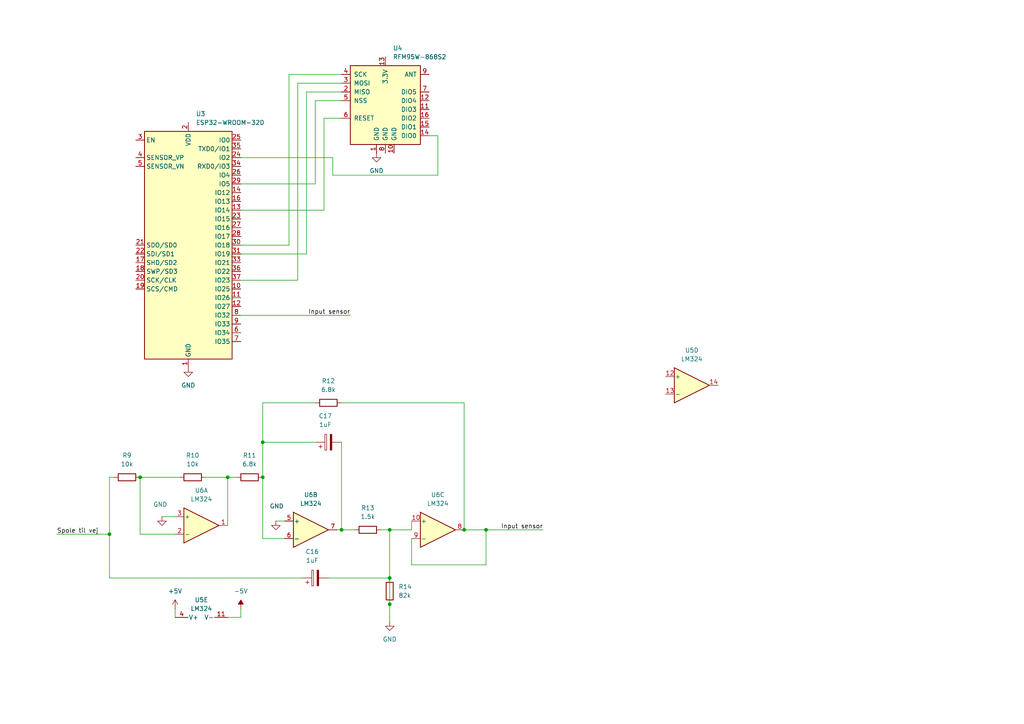
<source format=kicad_sch>
(kicad_sch (version 20231120) (generator "eeschema") (generator_version "8.0")
  (paper "A4")
  (lib_symbols
    (symbol "Amplifier_Operational:LM324" (pin_names (offset 0.127))
      (property "Reference" "U" (at 0 5.08 0))
      (property "Value" "LM324" (at 0 -5.08 0))
      (symbol "LM324_1_1"
        (polyline (pts (xy -5.08 5.08) (xy 5.08 0) (xy -5.08 -5.08) (xy -5.08 5.08)) (stroke (width 0.254)) (fill (type background)))
        (pin output line (at 7.62 0 180) (length 2.54) (name "~") (number "1"))
        (pin input line (at -7.62 -2.54 0) (length 2.54) (name "-") (number "2"))
        (pin input line (at -7.62 2.54 0) (length 2.54) (name "+") (number "3"))
      )
      (symbol "LM324_2_1"
        (polyline (pts (xy -5.08 5.08) (xy 5.08 0) (xy -5.08 -5.08) (xy -5.08 5.08)) (stroke (width 0.254)) (fill (type background)))
        (pin input line (at -7.62 2.54 0) (length 2.54) (name "+") (number "5"))
        (pin input line (at -7.62 -2.54 0) (length 2.54) (name "-") (number "6"))
        (pin output line (at 7.62 0 180) (length 2.54) (name "~") (number "7"))
      )
      (symbol "LM324_3_1"
        (polyline (pts (xy -5.08 5.08) (xy 5.08 0) (xy -5.08 -5.08) (xy -5.08 5.08)) (stroke (width 0.254)) (fill (type background)))
        (pin input line (at -7.62 2.54 0) (length 2.54) (name "+") (number "10"))
        (pin output line (at 7.62 0 180) (length 2.54) (name "~") (number "8"))
        (pin input line (at -7.62 -2.54 0) (length 2.54) (name "-") (number "9"))
      )
      (symbol "LM324_4_1"
        (polyline (pts (xy -5.08 5.08) (xy 5.08 0) (xy -5.08 -5.08) (xy -5.08 5.08)) (stroke (width 0.254)) (fill (type background)))
        (pin input line (at -7.62 2.54 0) (length 2.54) (name "+") (number "12"))
        (pin input line (at -7.62 -2.54 0) (length 2.54) (name "-") (number "13"))
        (pin output line (at 7.62 0 180) (length 2.54) (name "~") (number "14"))
      )
      (symbol "LM324_5_1"
        (pin power_in line (at -2.54 -7.62 90) (length 3.81) (name "V-") (number "11"))
        (pin power_in line (at -2.54 7.62 270) (length 3.81) (name "V+") (number "4"))
      )
    )
    (symbol "Device:C_Polarized" (pin_numbers hide) (pin_names (offset 0.254))
      (property "Reference" "C" (at 0.635 2.54 0))
      (property "Value" "C_Polarized" (at 0.635 -2.54 0))
      (symbol "C_Polarized_0_1"
        (rectangle (start -2.286 0.508) (end 2.286 1.016))
        (polyline (pts (xy -1.778 2.286) (xy -0.762 2.286)))
        (polyline (pts (xy -1.27 2.794) (xy -1.27 1.778)))
        (rectangle (start 2.286 -0.508) (end -2.286 -1.016) (fill (type outline)))
      )
      (symbol "C_Polarized_1_1"
        (pin passive line (at 0 3.81 270) (length 2.794) (name "~") (number "1"))
        (pin passive line (at 0 -3.81 90) (length 2.794) (name "~") (number "2"))
      )
    )
    (symbol "Device:R" (pin_numbers hide) (pin_names (offset 0))
      (property "Reference" "R" (at 2.032 0 90))
      (property "Value" "R" (at 0 0 90))
      (symbol "R_0_1"
        (rectangle (start -1.016 -2.54) (end 1.016 2.54) (stroke (width 0.254)))
      )
      (symbol "R_1_1"
        (pin passive line (at 0 3.81 270) (length 1.27) (name "~") (number "1"))
        (pin passive line (at 0 -3.81 90) (length 1.27) (name "~") (number "2"))
      )
    )
    (symbol "RF_Module:ESP32-WROOM-32D"
      (property "Reference" "U" (at -12.7 34.29 0))
      (property "Value" "ESP32-WROOM-32D" (at 1.27 34.29 0))
      (symbol "ESP32-WROOM-32D_0_1"
        (rectangle (start -12.7 33.02) (end 12.7 -33.02) (stroke (width 0.254)) (fill (type background)))
      )
      (symbol "ESP32-WROOM-32D_1_1"
        (pin power_in line (at 0 -35.56 90) (length 2.54) (name "GND") (number "1"))
        (pin bidirectional line (at 15.24 -12.7 180) (length 2.54) (name "IO25") (number "10"))
        (pin bidirectional line (at 15.24 -15.24 180) (length 2.54) (name "IO26") (number "11"))
        (pin bidirectional line (at 15.24 -17.78 180) (length 2.54) (name "IO27") (number "12"))
        (pin bidirectional line (at 15.24 10.16 180) (length 2.54) (name "IO14") (number "13"))
        (pin bidirectional line (at 15.24 15.24 180) (length 2.54) (name "IO12") (number "14"))
        (pin passive line (at 0 -35.56 90) (length 2.54) hide (name "GND") (number "15"))
        (pin bidirectional line (at 15.24 12.7 180) (length 2.54) (name "IO13") (number "16"))
        (pin bidirectional line (at -15.24 -5.08 0) (length 2.54) (name "SHD/SD2") (number "17"))
        (pin bidirectional line (at -15.24 -7.62 0) (length 2.54) (name "SWP/SD3") (number "18"))
        (pin bidirectional line (at -15.24 -12.7 0) (length 2.54) (name "SCS/CMD") (number "19"))
        (pin power_in line (at 0 35.56 270) (length 2.54) (name "VDD") (number "2"))
        (pin bidirectional line (at -15.24 -10.16 0) (length 2.54) (name "SCK/CLK") (number "20"))
        (pin bidirectional line (at -15.24 0 0) (length 2.54) (name "SDO/SD0") (number "21"))
        (pin bidirectional line (at -15.24 -2.54 0) (length 2.54) (name "SDI/SD1") (number "22"))
        (pin bidirectional line (at 15.24 7.62 180) (length 2.54) (name "IO15") (number "23"))
        (pin bidirectional line (at 15.24 25.4 180) (length 2.54) (name "IO2") (number "24"))
        (pin bidirectional line (at 15.24 30.48 180) (length 2.54) (name "IO0") (number "25"))
        (pin bidirectional line (at 15.24 20.32 180) (length 2.54) (name "IO4") (number "26"))
        (pin bidirectional line (at 15.24 5.08 180) (length 2.54) (name "IO16") (number "27"))
        (pin bidirectional line (at 15.24 2.54 180) (length 2.54) (name "IO17") (number "28"))
        (pin bidirectional line (at 15.24 17.78 180) (length 2.54) (name "IO5") (number "29"))
        (pin input line (at -15.24 30.48 0) (length 2.54) (name "EN") (number "3"))
        (pin bidirectional line (at 15.24 0 180) (length 2.54) (name "IO18") (number "30"))
        (pin bidirectional line (at 15.24 -2.54 180) (length 2.54) (name "IO19") (number "31"))
        (pin no_connect line (at -12.7 -27.94 0) (length 2.54) hide (name "NC") (number "32"))
        (pin bidirectional line (at 15.24 -5.08 180) (length 2.54) (name "IO21") (number "33"))
        (pin bidirectional line (at 15.24 22.86 180) (length 2.54) (name "RXD0/IO3") (number "34"))
        (pin bidirectional line (at 15.24 27.94 180) (length 2.54) (name "TXD0/IO1") (number "35"))
        (pin bidirectional line (at 15.24 -7.62 180) (length 2.54) (name "IO22") (number "36"))
        (pin bidirectional line (at 15.24 -10.16 180) (length 2.54) (name "IO23") (number "37"))
        (pin passive line (at 0 -35.56 90) (length 2.54) hide (name "GND") (number "38"))
        (pin passive line (at 0 -35.56 90) (length 2.54) hide (name "GND") (number "39"))
        (pin input line (at -15.24 25.4 0) (length 2.54) (name "SENSOR_VP") (number "4"))
        (pin input line (at -15.24 22.86 0) (length 2.54) (name "SENSOR_VN") (number "5"))
        (pin input line (at 15.24 -25.4 180) (length 2.54) (name "IO34") (number "6"))
        (pin input line (at 15.24 -27.94 180) (length 2.54) (name "IO35") (number "7"))
        (pin bidirectional line (at 15.24 -20.32 180) (length 2.54) (name "IO32") (number "8"))
        (pin bidirectional line (at 15.24 -22.86 180) (length 2.54) (name "IO33") (number "9"))
      )
    )
    (symbol "RF_Module:RFM95W-868S2" (pin_names (offset 1.016))
      (property "Reference" "U" (at -10.414 11.684 0))
      (property "Value" "RFM95W-868S2" (at 1.524 11.43 0))
      (symbol "RFM95W-868S2_0_1"
        (rectangle (start -10.16 10.16) (end 10.16 -12.7) (stroke (width 0.254)) (fill (type background)))
      )
      (symbol "RFM95W-868S2_1_1"
        (pin power_in line (at -2.54 -15.24 90) (length 2.54) (name "GND") (number "1"))
        (pin power_in line (at 2.54 -15.24 90) (length 2.54) (name "GND") (number "10"))
        (pin bidirectional line (at 12.7 -2.54 180) (length 2.54) (name "DIO3") (number "11"))
        (pin bidirectional line (at 12.7 0 180) (length 2.54) (name "DIO4") (number "12"))
        (pin power_in line (at 0 12.7 270) (length 2.54) (name "3.3V") (number "13"))
        (pin bidirectional line (at 12.7 -10.16 180) (length 2.54) (name "DIO0") (number "14"))
        (pin bidirectional line (at 12.7 -7.62 180) (length 2.54) (name "DIO1") (number "15"))
        (pin bidirectional line (at 12.7 -5.08 180) (length 2.54) (name "DIO2") (number "16"))
        (pin output line (at -12.7 2.54 0) (length 2.54) (name "MISO") (number "2"))
        (pin input line (at -12.7 5.08 0) (length 2.54) (name "MOSI") (number "3"))
        (pin input line (at -12.7 7.62 0) (length 2.54) (name "SCK") (number "4"))
        (pin input line (at -12.7 0 0) (length 2.54) (name "NSS") (number "5"))
        (pin bidirectional line (at -12.7 -5.08 0) (length 2.54) (name "RESET") (number "6"))
        (pin bidirectional line (at 12.7 2.54 180) (length 2.54) (name "DIO5") (number "7"))
        (pin power_in line (at 0 -15.24 90) (length 2.54) (name "GND") (number "8"))
        (pin bidirectional line (at 12.7 7.62 180) (length 2.54) (name "ANT") (number "9"))
      )
    )
    (symbol "power:+5V" (power) (pin_numbers hide) (pin_names (offset 0) hide)
      (property "Value" "+5V" (at 0 3.556 0))
      (symbol "+5V_0_1"
        (polyline (pts (xy -0.762 1.27) (xy 0 2.54)))
        (polyline (pts (xy 0 0) (xy 0 2.54)))
        (polyline (pts (xy 0 2.54) (xy 0.762 1.27)))
      )
      (symbol "+5V_1_1"
        (pin power_in line (at 0 0 90) (length 0) (name "~") (number "1"))
      )
    )
    (symbol "power:-5V" (power) (pin_numbers hide) (pin_names (offset 0) hide)
      (property "Value" "-5V" (at 0 3.556 0))
      (symbol "-5V_0_0"
        (pin power_in line (at 0 0 90) (length 0) (name "~") (number "1"))
      )
      (symbol "-5V_0_1"
        (polyline (pts (xy 0 0) (xy 0 1.27) (xy 0.762 1.27) (xy 0 2.54) (xy -0.762 1.27) (xy 0 1.27)) (fill (type outline)))
      )
    )
    (symbol "power:GND" (power) (pin_numbers hide) (pin_names (offset 0) hide)
      (property "Value" "GND" (at 0 -3.81 0))
      (symbol "GND_0_1"
        (polyline (pts (xy 0 0) (xy 0 -1.27) (xy 1.27 -1.27) (xy 0 -2.54) (xy -1.27 -1.27) (xy 0 -1.27)))
      )
      (symbol "GND_1_1"
        (pin power_in line (at 0 0 270) (length 0) (name "~") (number "1"))
      )
    )
  )
  (junction (at 140.97 153.67))
  (junction (at 113.03 175.26))
  (junction (at 31.75 154.94))
  (junction (at 99.06 153.67))
  (junction (at 76.2 138.43))
  (junction (at 113.03 167.64))
  (junction (at 66.04 138.43))
  (junction (at 40.64 138.43))
  (junction (at 76.2 128.27))
  (junction (at 134.62 153.67))
  (junction (at 113.03 153.67))
  (wire (pts (xy 96.52 45.72) (xy 96.52 50.8)))
  (wire (pts (xy 93.98 34.29) (xy 99.06 34.29)))
  (wire (pts (xy 69.85 60.96) (xy 93.98 60.96)))
  (wire (pts (xy 69.85 91.44) (xy 101.6 91.44)))
  (wire (pts (xy 69.85 179.07) (xy 69.85 176.53)))
  (wire (pts (xy 113.03 167.64) (xy 113.03 153.67)))
  (wire (pts (xy 99.06 128.27) (xy 99.06 153.67)))
  (wire (pts (xy 96.52 50.8) (xy 127 50.8)))
  (wire (pts (xy 31.75 154.94) (xy 31.75 167.64)))
  (wire (pts (xy 76.2 128.27) (xy 76.2 138.43)))
  (wire (pts (xy 69.85 71.12) (xy 83.82 71.12)))
  (wire (pts (xy 69.85 53.34) (xy 91.44 53.34)))
  (wire (pts (xy 50.8 179.07) (xy 50.8 176.53)))
  (wire (pts (xy 40.64 138.43) (xy 52.07 138.43)))
  (wire (pts (xy 140.97 153.67) (xy 157.48 153.67)))
  (wire (pts (xy 91.44 128.27) (xy 76.2 128.27)))
  (wire (pts (xy 76.2 116.84) (xy 76.2 128.27)))
  (wire (pts (xy 91.44 53.34) (xy 91.44 29.21)))
  (wire (pts (xy 83.82 21.59) (xy 99.06 21.59)))
  (wire (pts (xy 66.04 138.43) (xy 68.58 138.43)))
  (wire (pts (xy 46.99 149.86) (xy 50.8 149.86)))
  (wire (pts (xy 127 50.8) (xy 127 39.37)))
  (wire (pts (xy 69.85 81.28) (xy 86.36 81.28)))
  (wire (pts (xy 69.85 45.72) (xy 96.52 45.72)))
  (wire (pts (xy 91.44 29.21) (xy 99.06 29.21)))
  (wire (pts (xy 76.2 156.21) (xy 76.2 138.43)))
  (wire (pts (xy 86.36 81.28) (xy 86.36 24.13)))
  (wire (pts (xy 83.82 71.12) (xy 83.82 21.59)))
  (wire (pts (xy 16.51 154.94) (xy 31.75 154.94)))
  (wire (pts (xy 113.03 175.26) (xy 113.03 180.34)))
  (wire (pts (xy 69.85 73.66) (xy 88.9 73.66)))
  (wire (pts (xy 86.36 24.13) (xy 99.06 24.13)))
  (wire (pts (xy 82.55 156.21) (xy 76.2 156.21)))
  (wire (pts (xy 99.06 116.84) (xy 134.62 116.84)))
  (wire (pts (xy 99.06 153.67) (xy 102.87 153.67)))
  (wire (pts (xy 113.03 167.64) (xy 113.03 175.26)))
  (wire (pts (xy 88.9 73.66) (xy 88.9 26.67)))
  (wire (pts (xy 119.38 163.83) (xy 140.97 163.83)))
  (wire (pts (xy 93.98 60.96) (xy 93.98 34.29)))
  (wire (pts (xy 99.06 153.67) (xy 97.79 153.67)))
  (wire (pts (xy 91.44 116.84) (xy 76.2 116.84)))
  (wire (pts (xy 119.38 153.67) (xy 119.38 151.13)))
  (wire (pts (xy 134.62 153.67) (xy 140.97 153.67)))
  (wire (pts (xy 140.97 153.67) (xy 140.97 163.83)))
  (wire (pts (xy 59.69 138.43) (xy 66.04 138.43)))
  (wire (pts (xy 66.04 138.43) (xy 66.04 152.4)))
  (wire (pts (xy 110.49 153.67) (xy 113.03 153.67)))
  (wire (pts (xy 127 39.37) (xy 124.46 39.37)))
  (wire (pts (xy 134.62 116.84) (xy 134.62 153.67)))
  (wire (pts (xy 33.02 138.43) (xy 31.75 138.43)))
  (wire (pts (xy 95.25 167.64) (xy 113.03 167.64)))
  (wire (pts (xy 88.9 26.67) (xy 99.06 26.67)))
  (wire (pts (xy 31.75 167.64) (xy 87.63 167.64)))
  (wire (pts (xy 80.01 151.13) (xy 82.55 151.13)))
  (wire (pts (xy 66.04 179.07) (xy 69.85 179.07)))
  (wire (pts (xy 50.8 154.94) (xy 40.64 154.94)))
  (wire (pts (xy 40.64 154.94) (xy 40.64 138.43)))
  (wire (pts (xy 113.03 153.67) (xy 119.38 153.67)))
  (wire (pts (xy 119.38 156.21) (xy 119.38 163.83)))
  (wire (pts (xy 31.75 138.43) (xy 31.75 154.94)))
  (label "Input sensor" (at 101.6 91.44 180))
  (label "Spole til vej" (at 16.51 154.94 0))
  (label "Input sensor" (at 157.48 153.67 180))
  (symbol (lib_id "power:GND") (at 109.22 44.45 0) (unit 1)
    (property "Reference" "#PWR011" (effects (hide yes)))
    (property "Value" "GND" (at 109.22 49.53 0))
    (property "Description" "Power symbol creates a global label with name \"GND\" , ground" (effects (hide yes)))
  )
  (symbol (lib_id "power:GND") (at 46.99 149.86 0) (unit 1)
    (property "Reference" "#PWR014" (effects (hide yes)))
    (property "Value" "GND" (at 46.482 146.304 0))
    (property "Description" "Power symbol creates a global label with name \"GND\" , ground" (effects (hide yes)))
  )
  (symbol (lib_id "Device:R") (at 55.88 138.43 270) (unit 1)
    (property "Reference" "R10" (at 55.88 132.08 90))
    (property "Value" "10k" (at 55.88 134.62 90))
    (property "Description" "Resistor" (effects (hide yes)))
  )
  (symbol (lib_id "Device:R") (at 72.39 138.43 270) (unit 1)
    (property "Reference" "R11" (at 72.39 132.08 90))
    (property "Value" "6.8k" (at 72.39 134.62 90))
    (property "Description" "Resistor" (effects (hide yes)))
  )
  (symbol (lib_id "power:GND") (at 80.01 151.13 0) (unit 1)
    (property "Reference" "#PWR015" (effects (hide yes)))
    (property "Value" "GND" (at 80.264 146.812 0))
    (property "Description" "Power symbol creates a global label with name \"GND\" , ground" (effects (hide yes)))
  )
  (symbol (lib_id "power:+5V") (at 50.8 176.53 0) (unit 1)
    (property "Reference" "#PWR017" (effects (hide yes)))
    (property "Value" "+5V" (at 50.8 171.45 0))
    (property "Description" "Power symbol creates a global label with name \"+5V\"" (effects (hide yes)))
  )
  (symbol (lib_id "Amplifier_Operational:LM324") (at 127 153.67 0) (unit 3)
    (property "Reference" "U6" (at 127 143.51 0))
    (property "Value" "LM324" (at 127 146.05 0))
    (property "Datasheet" "http://www.ti.com/lit/ds/symlink/lm2902-n.pdf" (effects (hide yes)))
    (property "Description" "Low-Power, Quad-Operational Amplifiers, DIP-14/SOIC-14/SSOP-14" (effects (hide yes)))
  )
  (symbol (lib_id "Device:R") (at 113.03 171.45 0) (unit 1)
    (property "Reference" "R14" (at 115.57 170.1799 0) (effects (justify left)))
    (property "Value" "82k" (at 115.57 172.7199 0) (effects (justify left)))
    (property "Description" "Resistor" (effects (hide yes)))
  )
  (symbol (lib_id "Amplifier_Operational:LM324") (at 90.17 153.67 0) (unit 2)
    (property "Reference" "U6" (at 90.17 143.51 0))
    (property "Value" "LM324" (at 90.17 146.05 0))
    (property "Datasheet" "http://www.ti.com/lit/ds/symlink/lm2902-n.pdf" (effects (hide yes)))
    (property "Description" "Low-Power, Quad-Operational Amplifiers, DIP-14/SOIC-14/SSOP-14" (effects (hide yes)))
  )
  (symbol (lib_id "Device:C_Polarized") (at 95.25 128.27 90) (unit 1)
    (property "Reference" "C17" (at 94.361 120.65 90))
    (property "Value" "1uF" (at 94.361 123.19 90))
    (property "Description" "Polarized capacitor" (effects (hide yes)))
  )
  (symbol (lib_id "Device:R") (at 106.68 153.67 270) (unit 1)
    (property "Reference" "R13" (at 106.68 147.32 90))
    (property "Value" "1.5k" (at 106.68 149.86 90))
    (property "Description" "Resistor" (effects (hide yes)))
  )
  (symbol (lib_id "Device:R") (at 36.83 138.43 270) (unit 1)
    (property "Reference" "R9" (at 36.83 132.08 90))
    (property "Value" "10k" (at 36.83 134.62 90))
    (property "Description" "Resistor" (effects (hide yes)))
  )
  (symbol (lib_id "Device:R") (at 95.25 116.84 270) (unit 1)
    (property "Reference" "R12" (at 95.25 110.49 90))
    (property "Value" "6.8k" (at 95.25 113.03 90))
    (property "Description" "Resistor" (effects (hide yes)))
  )
  (symbol (lib_id "Amplifier_Operational:LM324") (at 58.42 176.53 90) (unit 5)
    (property "Reference" "U5" (at 58.42 173.99 90))
    (property "Value" "LM324" (at 58.42 176.53 90))
    (property "Datasheet" "http://www.ti.com/lit/ds/symlink/lm2902-n.pdf" (effects (hide yes)))
    (property "Description" "Low-Power, Quad-Operational Amplifiers, DIP-14/SOIC-14/SSOP-14" (effects (hide yes)))
  )
  (symbol (lib_id "power:-5V") (at 69.85 176.53 0) (unit 1)
    (property "Reference" "#PWR018" (effects (hide yes)))
    (property "Value" "-5V" (at 69.85 171.45 0))
    (property "Description" "Power symbol creates a global label with name \"-5V\"" (effects (hide yes)))
  )
  (symbol (lib_id "RF_Module:RFM95W-868S2") (at 111.76 29.21 0) (unit 1)
    (property "Reference" "U4" (at 113.9541 13.97 0) (effects (justify left)))
    (property "Value" "RFM95W-868S2" (at 113.9541 16.51 0) (effects (justify left)))
    (property "Datasheet" "https://www.hoperf.com/data/upload/portal/20181127/5bfcbea20e9ef.pdf" (effects (hide yes)))
    (property "Description" "Low power long range transceiver module, SPI and parallel interface, 868 MHz, spreading factor 6 to12, bandwidth 7.8 to 500kHz, -111 to -148 dBm, SMD-16, DIP-16" (effects (hide yes)))
  )
  (symbol (lib_id "RF_Module:ESP32-WROOM-32D") (at 54.61 71.12 0) (unit 1)
    (property "Reference" "U3" (at 56.8041 33.02 0) (effects (justify left)))
    (property "Value" "ESP32-WROOM-32D" (at 56.8041 35.56 0) (effects (justify left)))
    (property "Footprint" "RF_Module:ESP32-WROOM-32D" (effects (hide yes)))
    (property "Datasheet" "https://www.espressif.com/sites/default/files/documentation/esp32-wroom-32d_esp32-wroom-32u_datasheet_en.pdf" (effects (hide yes)))
    (property "Description" "RF Module, ESP32-D0WD SoC, Wi-Fi 802.11b/g/n, Bluetooth, BLE, 32-bit, 2.7-3.6V, onboard antenna, SMD" (effects (hide yes)))
  )
  (symbol (lib_id "power:GND") (at 113.03 180.34 0) (unit 1)
    (property "Reference" "#PWR016" (effects (hide yes)))
    (property "Value" "GND" (at 113.03 185.42 0))
    (property "Description" "Power symbol creates a global label with name \"GND\" , ground" (effects (hide yes)))
  )
  (symbol (lib_id "Amplifier_Operational:LM324") (at 200.66 111.76 0) (unit 4)
    (property "Reference" "U5" (at 200.66 101.6 0))
    (property "Value" "LM324" (at 200.66 104.14 0))
    (property "Datasheet" "http://www.ti.com/lit/ds/symlink/lm2902-n.pdf" (effects (hide yes)))
    (property "Description" "Low-Power, Quad-Operational Amplifiers, DIP-14/SOIC-14/SSOP-14" (effects (hide yes)))
  )
  (symbol (lib_id "power:GND") (at 54.61 106.68 0) (unit 1)
    (property "Reference" "#PWR012" (effects (hide yes)))
    (property "Value" "GND" (at 54.61 111.76 0))
    (property "Description" "Power symbol creates a global label with name \"GND\" , ground" (effects (hide yes)))
  )
  (symbol (lib_id "Device:C_Polarized") (at 91.44 167.64 90) (unit 1)
    (property "Reference" "C16" (at 90.551 160.02 90))
    (property "Value" "1uF" (at 90.551 162.56 90))
    (property "Description" "Polarized capacitor" (effects (hide yes)))
  )
  (symbol (lib_id "Amplifier_Operational:LM324") (at 58.42 152.4 0) (unit 1)
    (property "Reference" "U6" (at 58.42 142.24 0))
    (property "Value" "LM324" (at 58.42 144.78 0))
    (property "Datasheet" "http://www.ti.com/lit/ds/symlink/lm2902-n.pdf" (effects (hide yes)))
    (property "Description" "Low-Power, Quad-Operational Amplifiers, DIP-14/SOIC-14/SSOP-14" (effects (hide yes)))
  )
)
</source>
